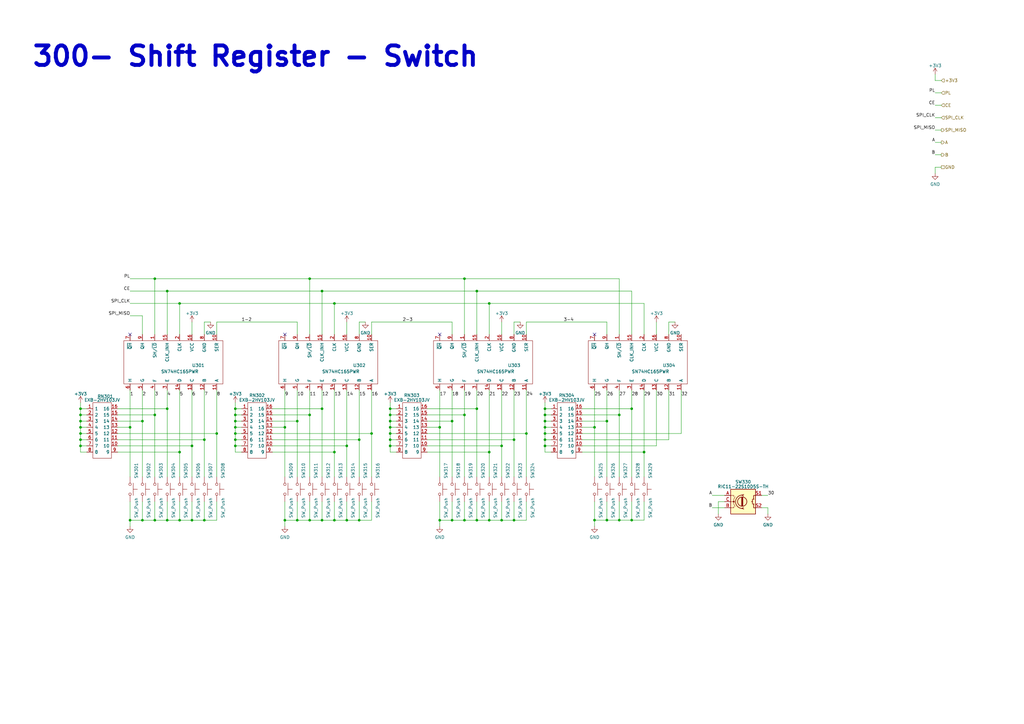
<source format=kicad_sch>
(kicad_sch (version 20230121) (generator eeschema)
  (paper "A3")
  (title_block (title "PMK_Keyboard") (date "2024-02-11") (rev "HW01") (company "PumaCorp") (comment 1 "Design by: NdG"))
  (lib_symbols
    (symbol "Component lib:EXB-2HV103JV" (pin_names (offset 0.762))
      (property "Reference" "RN" (at 1.27 7.62 0))
      (property "Value" "EXB-2HV103JV" (at 1.27 5.08 0))
      (symbol "EXB-2HV103JV_0_0"
        (pin passive line (at 0 0 0) (length 2.54) (name "1") (number "1"))
        (pin passive line (at 12.7 -15.24 180) (length 2.54) (name "10") (number "10"))
        (pin passive line (at 12.7 -12.7 180) (length 2.54) (name "11") (number "11"))
        (pin passive line (at 12.7 -10.16 180) (length 2.54) (name "12") (number "12"))
        (pin passive line (at 12.7 -7.62 180) (length 2.54) (name "13") (number "13"))
        (pin passive line (at 12.7 -5.08 180) (length 2.54) (name "14") (number "14"))
        (pin passive line (at 12.7 -2.54 180) (length 2.54) (name "15") (number "15"))
        (pin passive line (at 12.7 0 180) (length 2.54) (name "16") (number "16"))
        (pin passive line (at 0 -2.54 0) (length 2.54) (name "2") (number "2"))
        (pin passive line (at 0 -5.08 0) (length 2.54) (name "3") (number "3"))
        (pin passive line (at 0 -7.62 0) (length 2.54) (name "4") (number "4"))
        (pin passive line (at 0 -10.16 0) (length 2.54) (name "5") (number "5"))
        (pin passive line (at 0 -12.7 0) (length 2.54) (name "6") (number "6"))
        (pin passive line (at 0 -15.24 0) (length 2.54) (name "7") (number "7"))
        (pin passive line (at 0 -17.78 0) (length 2.54) (name "8") (number "8"))
        (pin passive line (at 12.7 -17.78 180) (length 2.54) (name "9") (number "9"))
      )
      (symbol "EXB-2HV103JV_0_1"
        (polyline (pts (xy 2.54 2.54) (xy 10.16 2.54) (xy 10.16 -20.32) (xy 2.54 -20.32) (xy 2.54 2.54)) (stroke (width 0.1524)))
      )
    )
    (symbol "Component_lib:RIC11-22S10D5S-TH" (pin_names (offset 0.254) hide)
      (property "Reference" "SW" (at 0 6.604 0))
      (property "Value" "RIC11-22S10D5S-TH" (at 0 -6.604 0))
      (symbol "RIC11-22S10D5S-TH_0_1"
        (rectangle (start -5.08 5.08) (end 5.08 -5.08) (stroke (width 0.254)) (fill (type background)))
        (circle (center -3.81 0) (radius 0.254) (fill (type outline)))
        (circle (center -0.381 0) (radius 1.905) (stroke (width 0.254)))
        (arc (start -0.381 2.667) (mid -3.0988 -0.0635) (end -0.381 -2.794) (stroke (width 0.254)))
        (polyline (pts (xy -0.635 -1.778) (xy -0.635 1.778)) (stroke (width 0.254)))
        (polyline (pts (xy -0.381 -1.778) (xy -0.381 1.778)) (stroke (width 0.254)))
        (polyline (pts (xy -0.127 1.778) (xy -0.127 -1.778)) (stroke (width 0.254)))
        (polyline (pts (xy 3.81 0) (xy 3.429 0)) (stroke (width 0.254)))
        (polyline (pts (xy 3.81 1.016) (xy 3.81 -1.016)) (stroke (width 0.254)))
        (polyline (pts (xy -5.08 -2.54) (xy -3.81 -2.54) (xy -3.81 -2.032)))
        (polyline (pts (xy -5.08 2.54) (xy -3.81 2.54) (xy -3.81 2.032)))
        (polyline (pts (xy 0.254 -3.048) (xy -0.508 -2.794) (xy 0.127 -2.413)) (stroke (width 0.254)))
        (polyline (pts (xy 0.254 2.921) (xy -0.508 2.667) (xy 0.127 2.286)) (stroke (width 0.254)))
        (polyline (pts (xy 5.08 -2.54) (xy 4.318 -2.54) (xy 4.318 -1.016)) (stroke (width 0.254)))
        (polyline (pts (xy 5.08 2.54) (xy 4.318 2.54) (xy 4.318 1.016)) (stroke (width 0.254)))
        (polyline (pts (xy -5.08 0) (xy -3.81 0) (xy -3.81 -1.016) (xy -3.302 -2.032)))
        (polyline (pts (xy -4.318 0) (xy -3.81 0) (xy -3.81 1.016) (xy -3.302 2.032)))
        (circle (center 4.318 -1.016) (radius 0.127) (stroke (width 0.254)))
        (circle (center 4.318 1.016) (radius 0.127) (stroke (width 0.254)))
      )
      (symbol "RIC11-22S10D5S-TH_1_1"
        (pin passive line (at -7.62 2.54 0) (length 2.54) (name "A") (number "A"))
        (pin passive line (at -7.62 -2.54 0) (length 2.54) (name "B") (number "B"))
        (pin passive line (at -7.62 0 0) (length 2.54) (name "C") (number "C"))
        (pin passive line (at 7.62 2.54 180) (length 2.54) (name "S1") (number "S1"))
        (pin passive line (at 7.62 -2.54 180) (length 2.54) (name "S2") (number "S2"))
      )
    )
    (symbol "Component_lib:SN74HC165PWR" (pin_names (offset 0.762))
      (property "Reference" "U" (at 2.54 5.08 0))
      (property "Value" "SN74HC165PWR" (at 7.62 5.08 0))
      (symbol "SN74HC165PWR_0_0"
        (pin passive line (at 22.86 -10.16 180) (length 2.54) (name "SH/~{LD}") (number "1"))
        (pin passive line (at 22.86 -35.56 180) (length 2.54) (name "SER") (number "10"))
        (pin passive line (at 0 -35.56 0) (length 2.54) (name "A") (number "11"))
        (pin passive line (at 0 -30.48 0) (length 2.54) (name "B") (number "12"))
        (pin passive line (at 0 -25.4 0) (length 2.54) (name "C") (number "13"))
        (pin passive line (at 0 -20.32 0) (length 2.54) (name "D") (number "14"))
        (pin passive line (at 22.86 -15.24 180) (length 2.54) (name "CLK_INH") (number "15"))
        (pin passive line (at 22.86 -25.4 180) (length 2.54) (name "VCC") (number "16"))
        (pin passive line (at 22.86 -20.32 180) (length 2.54) (name "CLK") (number "2"))
        (pin passive line (at 0 -15.24 0) (length 2.54) (name "E") (number "3"))
        (pin passive line (at 0 -10.16 0) (length 2.54) (name "F") (number "4"))
        (pin passive line (at 0 -5.08 0) (length 2.54) (name "G") (number "5"))
        (pin passive line (at 0 0 0) (length 2.54) (name "H") (number "6"))
        (pin passive line (at 22.86 0 180) (length 2.54) (name "~{QH}") (number "7"))
        (pin passive line (at 22.86 -30.48 180) (length 2.54) (name "GND") (number "8"))
        (pin passive line (at 22.86 -5.08 180) (length 2.54) (name "QH") (number "9"))
      )
      (symbol "SN74HC165PWR_0_1"
        (rectangle (start 2.54 2.54) (end 20.32 -38.1) (stroke (width 0.1524)))
      )
    )
    (symbol "Switch:SW_Push" (pin_numbers hide) (pin_names (offset 1.016) hide)
      (property "Reference" "SW" (at 1.27 2.54 0))
      (property "Value" "SW_Push" (at 0 -1.524 0))
      (symbol "SW_Push_0_1"
        (circle (center -2.032 0) (radius 0.508))
        (polyline (pts (xy 0 1.27) (xy 0 3.048)))
        (polyline (pts (xy 2.54 1.27) (xy -2.54 1.27)))
        (circle (center 2.032 0) (radius 0.508))
        (pin passive line (at -5.08 0 0) (length 2.54) (name "1") (number "1"))
        (pin passive line (at 5.08 0 180) (length 2.54) (name "2") (number "2"))
      )
    )
    (symbol "power:+3V3" (power) (pin_names (offset 0))
      (property "Value" "+3V3" (at 0 3.556 0))
      (symbol "+3V3_0_1"
        (polyline (pts (xy -0.762 1.27) (xy 0 2.54)))
        (polyline (pts (xy 0 0) (xy 0 2.54)))
        (polyline (pts (xy 0 2.54) (xy 0.762 1.27)))
      )
      (symbol "+3V3_1_1"
        (pin power_in line (at 0 0 90) (length 0) hide (name "+3V3") (number "1"))
      )
    )
    (symbol "power:GND" (power) (pin_names (offset 0))
      (property "Value" "GND" (at 0 -3.81 0))
      (symbol "GND_0_1"
        (polyline (pts (xy 0 0) (xy 0 -1.27) (xy 1.27 -1.27) (xy 0 -2.54) (xy -1.27 -1.27) (xy 0 -1.27)))
      )
      (symbol "GND_1_1"
        (pin power_in line (at 0 0 270) (length 0) hide (name "GND") (number "1"))
      )
    )
  )
  (junction (at 137.16 124.46))
  (junction (at 223.52 177.8))
  (junction (at 160.02 175.26))
  (junction (at 127 170.18))
  (junction (at 121.92 213.36))
  (junction (at 68.58 213.36))
  (junction (at 33.02 180.34))
  (junction (at 142.24 182.88))
  (junction (at 33.02 170.18))
  (junction (at 142.24 213.36))
  (junction (at 96.52 175.26))
  (junction (at 243.84 213.3229))
  (junction (at 132.08 213.36))
  (junction (at 190.5 114.3))
  (junction (at 137.16 213.36))
  (junction (at 190.5 213.36))
  (junction (at 223.52 180.34))
  (junction (at 33.02 167.64))
  (junction (at 33.02 182.88))
  (junction (at 83.82 180.34))
  (junction (at 63.5 170.18))
  (junction (at 185.42 213.36))
  (junction (at 147.32 180.34))
  (junction (at 127 213.36))
  (junction (at 33.02 177.8))
  (junction (at 254 213.3229))
  (junction (at 127 114.3))
  (junction (at 116.84 213.36))
  (junction (at 96.52 180.34))
  (junction (at 205.74 182.88))
  (junction (at 223.52 175.26))
  (junction (at 73.66 124.46))
  (junction (at 58.42 213.36))
  (junction (at 160.02 180.34))
  (junction (at 185.42 172.72))
  (junction (at 248.92 172.72))
  (junction (at 243.84 175.26))
  (junction (at 195.58 213.36))
  (junction (at 53.34 213.36))
  (junction (at 248.92 213.3229))
  (junction (at 205.74 213.36))
  (junction (at 96.52 177.8))
  (junction (at 33.02 175.26))
  (junction (at 160.02 170.18))
  (junction (at 210.82 213.36))
  (junction (at 195.58 167.64))
  (junction (at 259.08 167.64))
  (junction (at 63.5 114.3))
  (junction (at 137.16 185.42))
  (junction (at 73.66 185.42))
  (junction (at 190.5 170.18))
  (junction (at 33.02 172.72))
  (junction (at 215.9 177.8))
  (junction (at 254 170.18))
  (junction (at 195.58 119.38))
  (junction (at 116.84 175.26))
  (junction (at 132.08 119.38))
  (junction (at 223.52 172.72))
  (junction (at 200.66 185.42))
  (junction (at 223.52 170.18))
  (junction (at 210.82 180.34))
  (junction (at 200.66 124.46))
  (junction (at 58.42 172.72))
  (junction (at 53.34 175.26))
  (junction (at 63.5 213.36))
  (junction (at 259.08 213.3229))
  (junction (at 96.52 167.64))
  (junction (at 83.82 213.36))
  (junction (at 78.74 213.36))
  (junction (at 96.52 182.88))
  (junction (at 96.52 172.72))
  (junction (at 73.66 213.36))
  (junction (at 96.52 170.18))
  (junction (at 121.92 172.72))
  (junction (at 180.34 175.26))
  (junction (at 132.08 167.64))
  (junction (at 180.34 213.36))
  (junction (at 78.74 182.88))
  (junction (at 160.02 172.72))
  (junction (at 160.02 177.8))
  (junction (at 68.58 167.64))
  (junction (at 160.02 167.64))
  (junction (at 223.52 167.64))
  (junction (at 88.9 177.8))
  (junction (at 223.52 182.88))
  (junction (at 264.16 185.42))
  (junction (at 147.32 213.36))
  (junction (at 68.58 119.38))
  (junction (at 200.66 213.36))
  (junction (at 160.02 182.88))
  (junction (at 152.4 177.8))
  (no_connect (at 180.34 137.16))
  (no_connect (at 53.34 137.16))
  (no_connect (at 243.84 137.16))
  (no_connect (at 116.84 137.16))
  (wire (pts (xy 205.74 205.74) (xy 205.74 213.36)))
  (wire (pts (xy 195.58 205.74) (xy 195.58 213.36)))
  (wire (pts (xy 33.02 175.26) (xy 33.02 177.8)))
  (wire (pts (xy 200.66 213.36) (xy 195.58 213.36)))
  (wire (pts (xy 292.1 208.28) (xy 297.18 208.28)))
  (wire (pts (xy 185.42 160.02) (xy 185.42 172.72)))
  (wire (pts (xy 78.74 132.08) (xy 78.74 137.16)))
  (wire (pts (xy 132.08 213.36) (xy 127 213.36)))
  (wire (pts (xy 215.9 132.08) (xy 248.92 132.08)))
  (wire (pts (xy 127 205.74) (xy 127 213.36)))
  (wire (pts (xy 210.82 160.02) (xy 210.82 180.34)))
  (wire (pts (xy 215.9 137.16) (xy 215.9 132.08)))
  (wire (pts (xy 96.52 175.26) (xy 99.06 175.26)))
  (wire (pts (xy 190.5 114.3) (xy 190.5 137.16)))
  (wire (pts (xy 248.92 172.72) (xy 248.92 195.58)))
  (wire (pts (xy 200.66 205.74) (xy 200.66 213.36)))
  (wire (pts (xy 88.9 213.36) (xy 83.82 213.36)))
  (wire (pts (xy 142.24 182.88) (xy 142.24 195.58)))
  (wire (pts (xy 238.76 177.8) (xy 279.4 177.8)))
  (wire (pts (xy 185.42 213.36) (xy 185.42 205.74)))
  (wire (pts (xy 223.52 167.64) (xy 226.06 167.64)))
  (wire (pts (xy 88.9 205.74) (xy 88.9 213.36)))
  (wire (pts (xy 78.74 182.88) (xy 78.74 195.58)))
  (wire (pts (xy 142.24 213.36) (xy 137.16 213.36)))
  (wire (pts (xy 238.76 185.42) (xy 264.16 185.42)))
  (wire (pts (xy 86.36 132.08) (xy 83.82 132.08)))
  (wire (pts (xy 96.52 165.1) (xy 96.52 167.64)))
  (wire (pts (xy 195.58 160.02) (xy 195.58 167.64)))
  (wire (pts (xy 175.26 172.72) (xy 185.42 172.72)))
  (wire (pts (xy 264.16 160.02) (xy 264.16 185.42)))
  (wire (pts (xy 111.76 182.88) (xy 142.24 182.88)))
  (wire (pts (xy 383.54 43.18) (xy 386.08 43.18)))
  (wire (pts (xy 33.02 167.64) (xy 33.02 170.18)))
  (wire (pts (xy 223.52 177.8) (xy 223.52 180.34)))
  (wire (pts (xy 96.52 172.72) (xy 96.52 175.26)))
  (wire (pts (xy 96.52 172.72) (xy 99.06 172.72)))
  (wire (pts (xy 223.52 182.88) (xy 223.52 185.42)))
  (wire (pts (xy 259.08 167.64) (xy 259.08 195.58)))
  (wire (pts (xy 48.26 177.8) (xy 88.9 177.8)))
  (wire (pts (xy 96.52 182.88) (xy 99.06 182.88)))
  (wire (pts (xy 33.02 175.26) (xy 35.56 175.26)))
  (wire (pts (xy 259.08 119.38) (xy 259.08 137.16)))
  (wire (pts (xy 223.52 170.18) (xy 223.52 172.72)))
  (wire (pts (xy 223.52 172.72) (xy 223.52 175.26)))
  (wire (pts (xy 215.9 213.36) (xy 210.82 213.36)))
  (wire (pts (xy 160.02 182.88) (xy 162.56 182.88)))
  (wire (pts (xy 200.66 124.46) (xy 200.66 137.16)))
  (wire (pts (xy 190.5 170.18) (xy 190.5 195.58)))
  (wire (pts (xy 53.34 215.9) (xy 53.34 213.36)))
  (wire (pts (xy 63.5 213.36) (xy 58.42 213.36)))
  (wire (pts (xy 137.16 160.02) (xy 137.16 185.42)))
  (wire (pts (xy 33.02 172.72) (xy 35.56 172.72)))
  (wire (pts (xy 147.32 213.36) (xy 142.24 213.36)))
  (wire (pts (xy 248.92 132.08) (xy 248.92 137.16)))
  (wire (pts (xy 88.9 177.8) (xy 88.9 195.58)))
  (wire (pts (xy 58.42 213.36) (xy 58.42 205.74)))
  (wire (pts (xy 248.92 213.3229) (xy 248.92 205.74)))
  (wire (pts (xy 160.02 167.64) (xy 162.56 167.64)))
  (wire (pts (xy 185.42 172.72) (xy 185.42 195.58)))
  (wire (pts (xy 68.58 119.38) (xy 68.58 137.16)))
  (wire (pts (xy 33.02 185.42) (xy 35.56 185.42)))
  (wire (pts (xy 127 114.3) (xy 190.5 114.3)))
  (wire (pts (xy 33.02 180.34) (xy 35.56 180.34)))
  (wire (pts (xy 68.58 167.64) (xy 68.58 195.58)))
  (wire (pts (xy 149.86 132.08) (xy 147.32 132.08)))
  (wire (pts (xy 215.9 177.8) (xy 215.9 195.58)))
  (wire (pts (xy 121.92 172.72) (xy 121.92 195.58)))
  (wire (pts (xy 210.82 213.36) (xy 205.74 213.36)))
  (wire (pts (xy 33.02 167.64) (xy 35.56 167.64)))
  (wire (pts (xy 63.5 205.74) (xy 63.5 213.36)))
  (wire (pts (xy 83.82 160.02) (xy 83.82 180.34)))
  (wire (pts (xy 185.42 132.08) (xy 185.42 137.16)))
  (wire (pts (xy 175.26 185.42) (xy 200.66 185.42)))
  (wire (pts (xy 264.16 185.42) (xy 264.16 195.58)))
  (wire (pts (xy 33.02 172.72) (xy 33.02 175.26)))
  (wire (pts (xy 152.4 213.36) (xy 147.32 213.36)))
  (wire (pts (xy 223.52 180.34) (xy 223.52 182.88)))
  (wire (pts (xy 132.08 167.64) (xy 132.08 195.58)))
  (wire (pts (xy 254 160.02) (xy 254 170.18)))
  (wire (pts (xy 63.5 114.3) (xy 127 114.3)))
  (wire (pts (xy 127 213.36) (xy 121.92 213.36)))
  (wire (pts (xy 33.02 177.8) (xy 35.56 177.8)))
  (wire (pts (xy 116.84 175.26) (xy 116.84 195.58)))
  (wire (pts (xy 195.58 119.38) (xy 259.08 119.38)))
  (wire (pts (xy 73.66 160.02) (xy 73.66 185.42)))
  (wire (pts (xy 238.76 167.64) (xy 259.08 167.64)))
  (wire (pts (xy 152.4 177.8) (xy 152.4 195.58)))
  (wire (pts (xy 254 170.18) (xy 254 195.58)))
  (wire (pts (xy 152.4 205.74) (xy 152.4 213.36)))
  (wire (pts (xy 223.52 182.88) (xy 226.06 182.88)))
  (wire (pts (xy 223.52 170.18) (xy 226.06 170.18)))
  (wire (pts (xy 254 213.3229) (xy 248.92 213.3229)))
  (wire (pts (xy 53.34 114.3) (xy 63.5 114.3)))
  (wire (pts (xy 160.02 165.1) (xy 160.02 167.64)))
  (wire (pts (xy 195.58 119.38) (xy 195.58 137.16)))
  (wire (pts (xy 254 205.74) (xy 254 213.3229)))
  (wire (pts (xy 210.82 205.74) (xy 210.82 213.36)))
  (wire (pts (xy 213.36 132.08) (xy 210.82 132.08)))
  (wire (pts (xy 88.9 137.16) (xy 88.9 132.08)))
  (wire (pts (xy 238.76 170.18) (xy 254 170.18)))
  (wire (pts (xy 116.84 215.9) (xy 116.84 213.36)))
  (wire (pts (xy 215.9 205.74) (xy 215.9 213.36)))
  (wire (pts (xy 180.34 160.02) (xy 180.34 175.26)))
  (wire (pts (xy 223.52 177.8) (xy 226.06 177.8)))
  (wire (pts (xy 223.52 175.26) (xy 223.52 177.8)))
  (wire (pts (xy 147.32 180.34) (xy 147.32 195.58)))
  (wire (pts (xy 142.24 205.74) (xy 142.24 213.36)))
  (wire (pts (xy 68.58 213.36) (xy 63.5 213.36)))
  (wire (pts (xy 152.4 137.16) (xy 152.4 132.08)))
  (wire (pts (xy 243.84 160.02) (xy 243.84 175.26)))
  (wire (pts (xy 53.34 160.02) (xy 53.34 175.26)))
  (wire (pts (xy 383.54 68.58) (xy 383.54 71.12)))
  (wire (pts (xy 160.02 170.18) (xy 162.56 170.18)))
  (wire (pts (xy 160.02 180.34) (xy 162.56 180.34)))
  (wire (pts (xy 160.02 167.64) (xy 160.02 170.18)))
  (wire (pts (xy 195.58 167.64) (xy 195.58 195.58)))
  (wire (pts (xy 53.34 175.26) (xy 53.34 195.58)))
  (wire (pts (xy 152.4 160.02) (xy 152.4 177.8)))
  (wire (pts (xy 210.82 132.08) (xy 210.82 137.16)))
  (wire (pts (xy 96.52 170.18) (xy 99.06 170.18)))
  (wire (pts (xy 116.84 160.02) (xy 116.84 175.26)))
  (wire (pts (xy 142.24 160.02) (xy 142.24 182.88)))
  (wire (pts (xy 111.76 177.8) (xy 152.4 177.8)))
  (wire (pts (xy 48.26 175.26) (xy 53.34 175.26)))
  (wire (pts (xy 88.9 132.08) (xy 121.92 132.08)))
  (wire (pts (xy 48.26 172.72) (xy 58.42 172.72)))
  (wire (pts (xy 312.42 203.2) (xy 314.96 203.2)))
  (wire (pts (xy 53.34 129.54) (xy 58.42 129.54)))
  (wire (pts (xy 383.54 48.26) (xy 386.08 48.26)))
  (wire (pts (xy 48.26 185.42) (xy 73.66 185.42)))
  (wire (pts (xy 48.26 182.88) (xy 78.74 182.88)))
  (wire (pts (xy 111.76 167.64) (xy 132.08 167.64)))
  (wire (pts (xy 180.34 213.36) (xy 185.42 213.36)))
  (wire (pts (xy 205.74 213.36) (xy 200.66 213.36)))
  (wire (pts (xy 175.26 170.18) (xy 190.5 170.18)))
  (wire (pts (xy 142.24 132.08) (xy 142.24 137.16)))
  (wire (pts (xy 175.26 182.88) (xy 205.74 182.88)))
  (wire (pts (xy 53.34 119.38) (xy 68.58 119.38)))
  (wire (pts (xy 180.34 215.9) (xy 180.34 213.36)))
  (wire (pts (xy 210.82 180.34) (xy 210.82 195.58)))
  (wire (pts (xy 53.34 124.46) (xy 73.66 124.46)))
  (wire (pts (xy 223.52 175.26) (xy 226.06 175.26)))
  (wire (pts (xy 48.26 170.18) (xy 63.5 170.18)))
  (wire (pts (xy 96.52 180.34) (xy 99.06 180.34)))
  (wire (pts (xy 314.96 210.82) (xy 314.96 208.28)))
  (wire (pts (xy 223.52 167.64) (xy 223.52 170.18)))
  (wire (pts (xy 248.92 160.02) (xy 248.92 172.72)))
  (wire (pts (xy 132.08 205.74) (xy 132.08 213.36)))
  (wire (pts (xy 160.02 177.8) (xy 162.56 177.8)))
  (wire (pts (xy 116.84 213.36) (xy 121.92 213.36)))
  (wire (pts (xy 78.74 160.02) (xy 78.74 182.88)))
  (wire (pts (xy 160.02 185.42) (xy 162.56 185.42)))
  (wire (pts (xy 292.1 203.2) (xy 297.18 203.2)))
  (wire (pts (xy 127 114.3) (xy 127 137.16)))
  (wire (pts (xy 259.08 205.74) (xy 259.08 213.3229)))
  (wire (pts (xy 190.5 213.36) (xy 185.42 213.36)))
  (wire (pts (xy 33.02 170.18) (xy 35.56 170.18)))
  (wire (pts (xy 190.5 114.3) (xy 254 114.3)))
  (wire (pts (xy 274.32 132.08) (xy 276.86 132.08)))
  (wire (pts (xy 116.84 205.74) (xy 116.84 213.36)))
  (wire (pts (xy 53.34 205.74) (xy 53.34 213.36)))
  (wire (pts (xy 63.5 137.16) (xy 63.5 114.3)))
  (wire (pts (xy 111.76 185.42) (xy 137.16 185.42)))
  (wire (pts (xy 96.52 180.34) (xy 96.52 182.88)))
  (wire (pts (xy 254 114.3) (xy 254 137.16)))
  (wire (pts (xy 383.54 30.48) (xy 383.54 33.02)))
  (wire (pts (xy 83.82 132.08) (xy 83.82 137.16)))
  (wire (pts (xy 127 160.02) (xy 127 170.18)))
  (wire (pts (xy 243.84 175.26) (xy 243.84 195.58)))
  (wire (pts (xy 238.76 180.34) (xy 274.32 180.34)))
  (wire (pts (xy 205.74 160.02) (xy 205.74 182.88)))
  (wire (pts (xy 132.08 119.38) (xy 195.58 119.38)))
  (wire (pts (xy 274.32 137.16) (xy 274.32 132.08)))
  (wire (pts (xy 147.32 205.74) (xy 147.32 213.36)))
  (wire (pts (xy 96.52 167.64) (xy 99.06 167.64)))
  (wire (pts (xy 73.66 185.42) (xy 73.66 195.58)))
  (wire (pts (xy 121.92 213.36) (xy 121.92 205.74)))
  (wire (pts (xy 96.52 177.8) (xy 99.06 177.8)))
  (wire (pts (xy 121.92 132.08) (xy 121.92 137.16)))
  (wire (pts (xy 223.52 185.42) (xy 226.06 185.42)))
  (wire (pts (xy 175.26 177.8) (xy 215.9 177.8)))
  (wire (pts (xy 243.84 215.9) (xy 243.84 213.3229)))
  (wire (pts (xy 279.4 160.02) (xy 279.4 177.8)))
  (wire (pts (xy 259.08 160.02) (xy 259.08 167.64)))
  (wire (pts (xy 152.4 132.08) (xy 185.42 132.08)))
  (wire (pts (xy 314.96 208.28) (xy 312.42 208.28)))
  (wire (pts (xy 83.82 205.74) (xy 83.82 213.36)))
  (wire (pts (xy 160.02 172.72) (xy 162.56 172.72)))
  (wire (pts (xy 238.76 175.26) (xy 243.84 175.26)))
  (wire (pts (xy 264.16 213.3229) (xy 259.08 213.3229)))
  (wire (pts (xy 111.76 170.18) (xy 127 170.18)))
  (wire (pts (xy 294.64 205.74) (xy 294.64 210.82)))
  (wire (pts (xy 200.66 160.02) (xy 200.66 185.42)))
  (wire (pts (xy 383.54 63.5) (xy 386.08 63.5)))
  (wire (pts (xy 96.52 182.88) (xy 96.52 185.42)))
  (wire (pts (xy 83.82 213.36) (xy 78.74 213.36)))
  (wire (pts (xy 137.16 185.42) (xy 137.16 195.58)))
  (wire (pts (xy 180.34 205.74) (xy 180.34 213.36)))
  (wire (pts (xy 83.82 180.34) (xy 83.82 195.58)))
  (wire (pts (xy 58.42 129.54) (xy 58.42 137.16)))
  (wire (pts (xy 58.42 172.72) (xy 58.42 195.58)))
  (wire (pts (xy 78.74 205.74) (xy 78.74 213.36)))
  (wire (pts (xy 111.76 175.26) (xy 116.84 175.26)))
  (wire (pts (xy 180.34 175.26) (xy 180.34 195.58)))
  (wire (pts (xy 73.66 137.16) (xy 73.66 124.46)))
  (wire (pts (xy 73.66 213.36) (xy 68.58 213.36)))
  (wire (pts (xy 53.34 213.36) (xy 58.42 213.36)))
  (wire (pts (xy 223.52 180.34) (xy 226.06 180.34)))
  (wire (pts (xy 63.5 170.18) (xy 63.5 195.58)))
  (wire (pts (xy 175.26 167.64) (xy 195.58 167.64)))
  (wire (pts (xy 269.24 160.02) (xy 269.24 182.88)))
  (wire (pts (xy 200.66 185.42) (xy 200.66 195.58)))
  (wire (pts (xy 111.76 172.72) (xy 121.92 172.72)))
  (wire (pts (xy 132.08 119.38) (xy 132.08 137.16)))
  (wire (pts (xy 111.76 180.34) (xy 147.32 180.34)))
  (wire (pts (xy 160.02 175.26) (xy 162.56 175.26)))
  (wire (pts (xy 48.26 167.64) (xy 68.58 167.64)))
  (wire (pts (xy 160.02 180.34) (xy 160.02 182.88)))
  (wire (pts (xy 137.16 213.36) (xy 132.08 213.36)))
  (wire (pts (xy 58.42 160.02) (xy 58.42 172.72)))
  (wire (pts (xy 160.02 170.18) (xy 160.02 172.72)))
  (wire (pts (xy 175.26 180.34) (xy 210.82 180.34)))
  (wire (pts (xy 297.18 205.74) (xy 294.64 205.74)))
  (wire (pts (xy 96.52 170.18) (xy 96.52 172.72)))
  (wire (pts (xy 132.08 160.02) (xy 132.08 167.64)))
  (wire (pts (xy 96.52 167.64) (xy 96.52 170.18)))
  (wire (pts (xy 147.32 160.02) (xy 147.32 180.34)))
  (wire (pts (xy 264.16 205.74) (xy 264.16 213.3229)))
  (wire (pts (xy 73.66 124.46) (xy 137.16 124.46)))
  (wire (pts (xy 33.02 177.8) (xy 33.02 180.34)))
  (wire (pts (xy 238.76 172.72) (xy 248.92 172.72)))
  (wire (pts (xy 274.32 160.02) (xy 274.32 180.34)))
  (wire (pts (xy 33.02 170.18) (xy 33.02 172.72)))
  (wire (pts (xy 33.02 180.34) (xy 33.02 182.88)))
  (wire (pts (xy 160.02 172.72) (xy 160.02 175.26)))
  (wire (pts (xy 96.52 185.42) (xy 99.06 185.42)))
  (wire (pts (xy 205.74 182.88) (xy 205.74 195.58)))
  (wire (pts (xy 68.58 160.02) (xy 68.58 167.64)))
  (wire (pts (xy 68.58 119.38) (xy 132.08 119.38)))
  (wire (pts (xy 137.16 124.46) (xy 200.66 124.46)))
  (wire (pts (xy 223.52 172.72) (xy 226.06 172.72)))
  (wire (pts (xy 160.02 182.88) (xy 160.02 185.42)))
  (wire (pts (xy 96.52 175.26) (xy 96.52 177.8)))
  (wire (pts (xy 190.5 205.74) (xy 190.5 213.36)))
  (wire (pts (xy 121.92 160.02) (xy 121.92 172.72)))
  (wire (pts (xy 63.5 160.02) (xy 63.5 170.18)))
  (wire (pts (xy 205.74 132.08) (xy 205.74 137.16)))
  (wire (pts (xy 48.26 180.34) (xy 83.82 180.34)))
  (wire (pts (xy 137.16 205.74) (xy 137.16 213.36)))
  (wire (pts (xy 175.26 175.26) (xy 180.34 175.26)))
  (wire (pts (xy 160.02 175.26) (xy 160.02 177.8)))
  (wire (pts (xy 127 170.18) (xy 127 195.58)))
  (wire (pts (xy 383.54 58.42) (xy 386.08 58.42)))
  (wire (pts (xy 269.24 132.08) (xy 269.24 137.16)))
  (wire (pts (xy 243.84 213.3229) (xy 248.92 213.3229)))
  (wire (pts (xy 200.66 124.46) (xy 264.16 124.46)))
  (wire (pts (xy 137.16 124.46) (xy 137.16 137.16)))
  (wire (pts (xy 78.74 213.36) (xy 73.66 213.36)))
  (wire (pts (xy 259.08 213.3229) (xy 254 213.3229)))
  (wire (pts (xy 88.9 160.02) (xy 88.9 177.8)))
  (wire (pts (xy 264.16 124.46) (xy 264.16 137.16)))
  (wire (pts (xy 383.54 33.02) (xy 386.08 33.02)))
  (wire (pts (xy 243.84 205.74) (xy 243.84 213.3229)))
  (wire (pts (xy 195.58 213.36) (xy 190.5 213.36)))
  (wire (pts (xy 223.52 165.1) (xy 223.52 167.64)))
  (wire (pts (xy 160.02 177.8) (xy 160.02 180.34)))
  (wire (pts (xy 383.54 53.34) (xy 386.08 53.34)))
  (wire (pts (xy 33.02 165.1) (xy 33.02 167.64)))
  (wire (pts (xy 190.5 160.02) (xy 190.5 170.18)))
  (wire (pts (xy 386.08 68.58) (xy 383.54 68.58)))
  (wire (pts (xy 215.9 160.02) (xy 215.9 177.8)))
  (wire (pts (xy 147.32 132.08) (xy 147.32 137.16)))
  (wire (pts (xy 238.76 182.88) (xy 269.24 182.88)))
  (wire (pts (xy 96.52 177.8) (xy 96.52 180.34)))
  (wire (pts (xy 73.66 205.74) (xy 73.66 213.36)))
  (wire (pts (xy 33.02 182.88) (xy 33.02 185.42)))
  (wire (pts (xy 383.54 38.1) (xy 386.08 38.1)))
  (wire (pts (xy 33.02 182.88) (xy 35.56 182.88)))
  (wire (pts (xy 68.58 205.74) (xy 68.58 213.36)))
  (text "300- Shift Register - Switch" (at 12.7 27.94 0) (effects (font (size 8 8) (thickness 1.6) bold) (justify left bottom)))
  (label "17" (at 180.34 162.56 0))
  (label "3-4" (at 231.14 132.08 0))
  (label "9" (at 116.84 162.56 0))
  (label "6" (at 78.74 162.56 0))
  (label "29" (at 264.16 162.56 0))
  (label "25" (at 243.84 162.56 0))
  (label "8" (at 88.9 162.56 0))
  (label "SPI_CLK" (at 383.54 48.26 180))
  (label "5" (at 73.66 162.56 0))
  (label "28" (at 259.08 162.56 0))
  (label "21" (at 200.66 162.56 0))
  (label "15" (at 147.32 162.56 0))
  (label "18" (at 185.42 162.56 0))
  (label "16" (at 152.4 162.56 0))
  (label "13" (at 137.16 162.56 0))
  (label "3" (at 63.5 162.56 0))
  (label "PL" (at 383.54 38.1 180))
  (label "A" (at 292.1 203.2 180))
  (label "14" (at 142.24 162.56 0))
  (label "20" (at 195.58 162.56 0))
  (label "7" (at 83.82 162.56 0))
  (label "B" (at 292.1 208.28 180))
  (label "SPI_CLK" (at 53.34 124.46 180))
  (label "19" (at 190.5 162.56 0))
  (label "31" (at 274.32 162.56 0))
  (label "A" (at 383.54 58.42 180))
  (label "PL" (at 53.34 114.3 180))
  (label "30" (at 314.96 203.2 0))
  (label "22" (at 205.74 162.56 0))
  (label "10" (at 121.92 162.56 0))
  (label "26" (at 248.92 162.56 0))
  (label "4" (at 68.58 162.56 0))
  (label "23" (at 210.82 162.56 0))
  (label "24" (at 215.9 162.56 0))
  (label "11" (at 127 162.56 0))
  (label "CE" (at 383.54 43.18 180))
  (label "CE" (at 53.34 119.38 180))
  (label "2" (at 58.42 162.56 0))
  (label "30" (at 269.24 162.56 0))
  (label "12" (at 132.08 162.56 0))
  (label "B" (at 383.54 63.5 180))
  (label "27" (at 254 162.56 0))
  (label "SPI_MISO" (at 53.34 129.54 180))
  (label "1" (at 53.34 162.56 0))
  (label "32" (at 279.4 162.56 0))
  (label "2-3" (at 165.1 132.08 0))
  (label "1-2" (at 99.06 132.08 0))
  (label "SPI_MISO" (at 383.54 53.34 180))
  (hierarchical_label "B" (shape output) (at 386.08 63.5 0))
  (hierarchical_label "SPI_MISO" (shape output) (at 386.08 53.34 0))
  (hierarchical_label "PL" (shape input) (at 386.08 38.1 0))
  (hierarchical_label "GND" (shape passive) (at 386.08 68.58 0))
  (hierarchical_label "CE" (shape input) (at 386.08 43.18 0))
  (hierarchical_label "SPI_CLK" (shape input) (at 386.08 48.26 0))
  (hierarchical_label "A" (shape output) (at 386.08 58.42 0))
  (hierarchical_label "+3V3" (shape input) (at 386.08 33.02 0))
  (symbol (lib_id "Component lib:EXB-2HV103JV") (at 226.06 167.64 0) (unit 1)
    (property "Reference" "RN304" (at 232.41 162.1409 0))
    (property "Value" "EXB-2HV103JV" (at 232.41 164.0619 0))
    (property "Footprint" "Component_lib:EXB2HV_1" (effects hide))
    (property "Datasheet" "https://industrial.panasonic.com/cdbs/www-data/pdf/AOC0000/AOC0000C14.pdf" (effects hide))
    (property "Description" "Resistor Networks & Arrays 10K OHM 5%" (effects hide))
    (property "Mouser Part Number" "667-EXB-2HV103JV" (effects hide))
    (property "Mouser Price/Stock" "https://www.mouser.co.uk/ProductDetail/Panasonic/EXB-2HV103JV?qs=oE3VwAv%2FYtnxG1PkyhflFQ%3D%3D" (effects hide))
    (property "Manufacturer_Name" "Panasonic" (effects hide))
    (property "Manufacturer_Part_Number" "EXB-2HV103JV" (effects hide))
  )
  (symbol (lib_id "power:GND") (at 294.64 210.82 0) (unit 1)
    (property "Reference" "#PWR0319" (effects hide))
    (property "Value" "GND" (at 294.64 215.2634 0))
  )
  (symbol (lib_id "Switch:SW_Push") (at 63.5 200.66 270) (unit 1)
    (property "Reference" "SW303" (at 66.04 193.04 0))
    (property "Value" "SW_Push" (at 66.04 208.28 0))
    (property "Footprint" "Component_lib:Kailh_socket_PG1350_reversible" (effects hide))
  )
  (symbol (lib_id "power:+3V3") (at 142.24 132.08 0) (unit 1)
    (property "Reference" "#PWR0305" (effects hide))
    (property "Value" "+3V3" (at 142.24 128.5042 0))
  )
  (symbol (lib_id "power:GND") (at 383.54 71.12 0) (unit 1)
    (property "Reference" "#PWR0302" (effects hide))
    (property "Value" "GND" (at 383.54 75.5634 0))
  )
  (symbol (lib_id "power:GND") (at 180.34 215.9 0) (unit 1)
    (property "Reference" "#PWR0317" (effects hide))
    (property "Value" "GND" (at 180.34 220.3434 0))
  )
  (symbol (lib_id "Switch:SW_Push") (at 58.42 200.66 270) (unit 1)
    (property "Reference" "SW302" (at 60.96 193.04 0))
    (property "Value" "SW_Push" (at 60.96 208.28 0))
    (property "Footprint" "Component_lib:Kailh_socket_PG1350_reversible" (effects hide))
  )
  (symbol (lib_id "Switch:SW_Push") (at 78.74 200.66 270) (unit 1)
    (property "Reference" "SW306" (at 81.28 193.04 0))
    (property "Value" "SW_Push" (at 81.28 208.28 0))
    (property "Footprint" "Component_lib:Kailh_socket_PG1350_reversible" (effects hide))
  )
  (symbol (lib_id "power:+3V3") (at 205.74 132.08 0) (unit 1)
    (property "Reference" "#PWR0307" (effects hide))
    (property "Value" "+3V3" (at 205.74 128.5042 0))
  )
  (symbol (lib_id "Switch:SW_Push") (at 88.9 200.66 270) (unit 1)
    (property "Reference" "SW308" (at 91.44 193.04 0))
    (property "Value" "SW_Push" (at 91.44 208.28 0))
    (property "Footprint" "Component_lib:Kailh_socket_PG1350_reversible" (effects hide))
  )
  (symbol (lib_id "Switch:SW_Push") (at 53.34 200.66 270) (unit 1)
    (property "Reference" "SW301" (at 55.88 193.04 0))
    (property "Value" "SW_Push" (at 55.88 208.28 0))
    (property "Footprint" "Component_lib:Kailh_socket_PG1350_reversible" (effects hide))
  )
  (symbol (lib_id "power:GND") (at 276.86 132.08 0) (unit 1)
    (property "Reference" "#PWR0310" (effects hide))
    (property "Value" "GND" (at 276.86 136.5234 0))
  )
  (symbol (lib_id "power:+3V3") (at 160.02 165.1 0) (unit 1)
    (property "Reference" "#PWR0313" (effects hide))
    (property "Value" "+3V3" (at 160.02 161.5242 0))
  )
  (symbol (lib_id "Switch:SW_Push") (at 205.74 200.66 270) (unit 1)
    (property "Reference" "SW322" (at 208.28 193.04 0))
    (property "Value" "SW_Push" (at 208.28 208.28 0))
    (property "Footprint" "Component_lib:Kailh_socket_PG1350_reversible" (effects hide))
  )
  (symbol (lib_id "Switch:SW_Push") (at 116.84 200.66 270) (unit 1)
    (property "Reference" "SW309" (at 119.38 193.04 0))
    (property "Value" "SW_Push" (at 119.38 208.28 0))
    (property "Footprint" "Component_lib:Kailh_socket_PG1350_reversible" (effects hide))
  )
  (symbol (lib_id "power:GND") (at 213.36 132.08 0) (unit 1)
    (property "Reference" "#PWR0308" (effects hide))
    (property "Value" "GND" (at 213.36 136.5234 0))
  )
  (symbol (lib_id "Switch:SW_Push") (at 132.08 200.66 270) (unit 1)
    (property "Reference" "SW312" (at 134.62 193.04 0))
    (property "Value" "SW_Push" (at 134.62 208.28 0))
    (property "Footprint" "Component_lib:Kailh_socket_PG1350_reversible" (effects hide))
  )
  (symbol (lib_id "power:+3V3") (at 383.54 30.48 0) (unit 1)
    (property "Reference" "#PWR0301" (effects hide))
    (property "Value" "+3V3" (at 383.54 26.9042 0))
  )
  (symbol (lib_id "Switch:SW_Push") (at 200.66 200.66 270) (unit 1)
    (property "Reference" "SW321" (at 203.2 193.04 0))
    (property "Value" "SW_Push" (at 203.2 208.28 0))
    (property "Footprint" "Component_lib:Kailh_socket_PG1350_reversible" (effects hide))
  )
  (symbol (lib_id "Switch:SW_Push") (at 215.9 200.66 270) (unit 1)
    (property "Reference" "SW324" (at 218.44 193.04 0))
    (property "Value" "SW_Push" (at 218.44 208.28 0))
    (property "Footprint" "Component_lib:Kailh_socket_PG1350_reversible" (effects hide))
  )
  (symbol (lib_id "power:+3V3") (at 223.52 165.1 0) (unit 1)
    (property "Reference" "#PWR0314" (effects hide))
    (property "Value" "+3V3" (at 223.52 161.5242 0))
  )
  (symbol (lib_id "Component_lib:RIC11-22S10D5S-TH") (at 304.8 205.74 0) (unit 1)
    (property "Reference" "SW330" (at 304.8 197.6501 0))
    (property "Value" "RIC11-22S10D5S-TH" (at 304.8 199.5711 0))
    (property "Footprint" "Component_lib:RIC11-22S10D5S-TH" (effects hide))
    (property "Datasheet" "https://www.mouser.ch/ProductDetail/CUI-Devices/RIC11-22S10D5S-TH?qs=HoCaDK9Nz5fxypdms%252BmQUg%3D%3D" (effects hide))
  )
  (symbol (lib_id "power:+3V3") (at 33.02 165.1 0) (unit 1)
    (property "Reference" "#PWR0311" (effects hide))
    (property "Value" "+3V3" (at 33.02 161.5242 0))
  )
  (symbol (lib_id "Switch:SW_Push") (at 259.08 200.66 270) (unit 1)
    (property "Reference" "SW328" (at 261.62 193.04 0))
    (property "Value" "SW_Push" (at 261.62 208.28 0))
    (property "Footprint" "Component_lib:Kailh_socket_PG1350_reversible" (effects hide))
  )
  (symbol (lib_id "power:GND") (at 314.96 210.82 0) (unit 1)
    (property "Reference" "#PWR0320" (effects hide))
    (property "Value" "GND" (at 314.96 215.2634 0))
  )
  (symbol (lib_id "Switch:SW_Push") (at 83.82 200.66 270) (unit 1)
    (property "Reference" "SW307" (at 86.36 193.04 0))
    (property "Value" "SW_Push" (at 86.36 208.28 0))
    (property "Footprint" "Component_lib:Kailh_socket_PG1350_reversible" (effects hide))
  )
  (symbol (lib_id "power:+3V3") (at 96.52 165.1 0) (unit 1)
    (property "Reference" "#PWR0312" (effects hide))
    (property "Value" "+3V3" (at 96.52 161.5242 0))
  )
  (symbol (lib_id "Switch:SW_Push") (at 180.34 200.66 270) (unit 1)
    (property "Reference" "SW317" (at 182.88 193.04 0))
    (property "Value" "SW_Push" (at 182.88 208.28 0))
    (property "Footprint" "Component_lib:Kailh_socket_PG1350_reversible" (effects hide))
  )
  (symbol (lib_id "Component_lib:SN74HC165PWR") (at 53.34 160.02 90) (unit 1)
    (property "Reference" "U301" (at 78.74 149.86 90) (effects (justify right)))
    (property "Value" "SN74HC165PWR" (at 66.04 152.4 90) (effects (justify right)))
    (property "Footprint" "Component_lib:SOP65P640X120-16N" (effects hide))
    (property "Datasheet" "http://www.ti.com/lit/gpn/sn74hc165" (effects hide))
    (property "Description" "8-BIT PARALLEL-LOAD SHIFT REGISTERS" (effects hide))
    (property "Height" "1.2" (effects hide))
    (property "Mouser Part Number" "595-SN74HC165PWR" (effects hide))
    (property "Mouser Price/Stock" "https://www.mouser.co.uk/ProductDetail/Texas-Instruments/SN74HC165PWR?qs=6aLkNDRfRUZJuqbBwGFbQw%3D%3D" (effects hide))
    (property "Manufacturer_Name" "Texas Instruments" (effects hide))
    (property "Manufacturer_Part_Number" "SN74HC165PWR" (effects hide))
  )
  (symbol (lib_id "Switch:SW_Push") (at 190.5 200.66 270) (unit 1)
    (property "Reference" "SW319" (at 193.04 193.04 0))
    (property "Value" "SW_Push" (at 193.04 208.28 0))
    (property "Footprint" "Component_lib:Kailh_socket_PG1350_reversible" (effects hide))
  )
  (symbol (lib_id "Switch:SW_Push") (at 152.4 200.66 270) (unit 1)
    (property "Reference" "SW316" (at 154.94 193.04 0))
    (property "Value" "SW_Push" (at 154.94 208.28 0))
    (property "Footprint" "Component_lib:Kailh_socket_PG1350_reversible" (effects hide))
  )
  (symbol (lib_id "Switch:SW_Push") (at 248.92 200.66 270) (unit 1)
    (property "Reference" "SW326" (at 251.46 193.04 0))
    (property "Value" "SW_Push" (at 251.46 208.28 0))
    (property "Footprint" "Component_lib:Kailh_socket_PG1350_reversible" (effects hide))
  )
  (symbol (lib_id "power:+3V3") (at 269.24 132.08 0) (unit 1)
    (property "Reference" "#PWR0309" (effects hide))
    (property "Value" "+3V3" (at 269.24 128.5042 0))
  )
  (symbol (lib_id "Switch:SW_Push") (at 264.16 200.66 270) (unit 1)
    (property "Reference" "SW329" (at 266.7 193.04 0))
    (property "Value" "SW_Push" (at 266.7 208.28 0))
    (property "Footprint" "Component_lib:Kailh_socket_PG1350_reversible" (effects hide))
  )
  (symbol (lib_id "Switch:SW_Push") (at 195.58 200.66 270) (unit 1)
    (property "Reference" "SW320" (at 198.12 193.04 0))
    (property "Value" "SW_Push" (at 198.12 208.28 0))
    (property "Footprint" "Component_lib:Kailh_socket_PG1350_reversible" (effects hide))
  )
  (symbol (lib_id "Switch:SW_Push") (at 254 200.66 270) (unit 1)
    (property "Reference" "SW327" (at 256.54 193.04 0))
    (property "Value" "SW_Push" (at 256.54 208.28 0))
    (property "Footprint" "Component_lib:Kailh_socket_PG1350_reversible" (effects hide))
  )
  (symbol (lib_id "Component_lib:SN74HC165PWR") (at 243.84 160.02 90) (unit 1)
    (property "Reference" "U304" (at 271.78 149.86 90) (effects (justify right)))
    (property "Value" "SN74HC165PWR" (at 259.08 152.4 90) (effects (justify right)))
    (property "Footprint" "Component_lib:SOP65P640X120-16N" (effects hide))
    (property "Datasheet" "http://www.ti.com/lit/gpn/sn74hc165" (effects hide))
    (property "Description" "8-BIT PARALLEL-LOAD SHIFT REGISTERS" (effects hide))
    (property "Height" "1.2" (effects hide))
    (property "Mouser Part Number" "595-SN74HC165PWR" (effects hide))
    (property "Mouser Price/Stock" "https://www.mouser.co.uk/ProductDetail/Texas-Instruments/SN74HC165PWR?qs=6aLkNDRfRUZJuqbBwGFbQw%3D%3D" (effects hide))
    (property "Manufacturer_Name" "Texas Instruments" (effects hide))
    (property "Manufacturer_Part_Number" "SN74HC165PWR" (effects hide))
  )
  (symbol (lib_id "Switch:SW_Push") (at 121.92 200.66 270) (unit 1)
    (property "Reference" "SW310" (at 124.46 193.04 0))
    (property "Value" "SW_Push" (at 124.46 208.28 0))
    (property "Footprint" "Component_lib:Kailh_socket_PG1350_reversible" (effects hide))
  )
  (symbol (lib_id "power:GND") (at 149.86 132.08 0) (unit 1)
    (property "Reference" "#PWR0306" (effects hide))
    (property "Value" "GND" (at 149.86 136.5234 0))
  )
  (symbol (lib_id "Switch:SW_Push") (at 73.66 200.66 270) (unit 1)
    (property "Reference" "SW305" (at 76.2 193.04 0))
    (property "Value" "SW_Push" (at 76.2 208.28 0))
    (property "Footprint" "Component_lib:Kailh_socket_PG1350_reversible" (effects hide))
  )
  (symbol (lib_id "Component_lib:SN74HC165PWR") (at 116.84 160.02 90) (unit 1)
    (property "Reference" "U302" (at 144.78 149.86 90) (effects (justify right)))
    (property "Value" "SN74HC165PWR" (at 132.08 152.4 90) (effects (justify right)))
    (property "Footprint" "Component_lib:SOP65P640X120-16N" (effects hide))
    (property "Datasheet" "http://www.ti.com/lit/gpn/sn74hc165" (effects hide))
    (property "Description" "8-BIT PARALLEL-LOAD SHIFT REGISTERS" (effects hide))
    (property "Height" "1.2" (effects hide))
    (property "Mouser Part Number" "595-SN74HC165PWR" (effects hide))
    (property "Mouser Price/Stock" "https://www.mouser.co.uk/ProductDetail/Texas-Instruments/SN74HC165PWR?qs=6aLkNDRfRUZJuqbBwGFbQw%3D%3D" (effects hide))
    (property "Manufacturer_Name" "Texas Instruments" (effects hide))
    (property "Manufacturer_Part_Number" "SN74HC165PWR" (effects hide))
  )
  (symbol (lib_id "power:+3V3") (at 78.74 132.08 0) (unit 1)
    (property "Reference" "#PWR0303" (effects hide))
    (property "Value" "+3V3" (at 78.74 128.5042 0))
  )
  (symbol (lib_id "Component lib:EXB-2HV103JV") (at 162.56 167.64 0) (unit 1)
    (property "Reference" "RN303" (at 168.91 162.1409 0))
    (property "Value" "EXB-2HV103JV" (at 168.91 164.0619 0))
    (property "Footprint" "Component_lib:EXB2HV_1" (effects hide))
    (property "Datasheet" "https://industrial.panasonic.com/cdbs/www-data/pdf/AOC0000/AOC0000C14.pdf" (effects hide))
    (property "Description" "Resistor Networks & Arrays 10K OHM 5%" (effects hide))
    (property "Mouser Part Number" "667-EXB-2HV103JV" (effects hide))
    (property "Mouser Price/Stock" "https://www.mouser.co.uk/ProductDetail/Panasonic/EXB-2HV103JV?qs=oE3VwAv%2FYtnxG1PkyhflFQ%3D%3D" (effects hide))
    (property "Manufacturer_Name" "Panasonic" (effects hide))
    (property "Manufacturer_Part_Number" "EXB-2HV103JV" (effects hide))
  )
  (symbol (lib_id "Switch:SW_Push") (at 147.32 200.66 270) (unit 1)
    (property "Reference" "SW315" (at 149.86 193.04 0))
    (property "Value" "SW_Push" (at 149.86 208.28 0))
    (property "Footprint" "Component_lib:Kailh_socket_PG1350_reversible" (effects hide))
  )
  (symbol (lib_id "Switch:SW_Push") (at 185.42 200.66 270) (unit 1)
    (property "Reference" "SW318" (at 187.96 193.04 0))
    (property "Value" "SW_Push" (at 187.96 208.28 0))
    (property "Footprint" "Component_lib:Kailh_socket_PG1350_reversible" (effects hide))
  )
  (symbol (lib_id "Switch:SW_Push") (at 210.82 200.66 270) (unit 1)
    (property "Reference" "SW323" (at 213.36 193.04 0))
    (property "Value" "SW_Push" (at 213.36 208.28 0))
    (property "Footprint" "Component_lib:Kailh_socket_PG1350_reversible" (effects hide))
  )
  (symbol (lib_id "power:GND") (at 243.84 215.9 0) (unit 1)
    (property "Reference" "#PWR0318" (effects hide))
    (property "Value" "GND" (at 243.84 220.3434 0))
  )
  (symbol (lib_id "power:GND") (at 116.84 215.9 0) (unit 1)
    (property "Reference" "#PWR0316" (effects hide))
    (property "Value" "GND" (at 116.84 220.3434 0))
  )
  (symbol (lib_id "power:GND") (at 86.36 132.08 0) (unit 1)
    (property "Reference" "#PWR0304" (effects hide))
    (property "Value" "GND" (at 86.36 136.5234 0))
  )
  (symbol (lib_id "Switch:SW_Push") (at 127 200.66 270) (unit 1)
    (property "Reference" "SW311" (at 129.54 193.04 0))
    (property "Value" "SW_Push" (at 129.54 208.28 0))
    (property "Footprint" "Component_lib:Kailh_socket_PG1350_reversible" (effects hide))
  )
  (symbol (lib_id "Switch:SW_Push") (at 137.16 200.66 270) (unit 1)
    (property "Reference" "SW313" (at 139.7 193.04 0))
    (property "Value" "SW_Push" (at 139.7 208.28 0))
    (property "Footprint" "Component_lib:Kailh_socket_PG1350_reversible" (effects hide))
  )
  (symbol (lib_id "Switch:SW_Push") (at 142.24 200.66 270) (unit 1)
    (property "Reference" "SW314" (at 144.78 193.04 0))
    (property "Value" "SW_Push" (at 144.78 208.28 0))
    (property "Footprint" "Component_lib:Kailh_socket_PG1350_reversible" (effects hide))
  )
  (symbol (lib_id "Switch:SW_Push") (at 243.84 200.66 270) (unit 1)
    (property "Reference" "SW325" (at 246.38 193.04 0))
    (property "Value" "SW_Push" (at 246.38 208.28 0))
    (property "Footprint" "Component_lib:Kailh_socket_PG1350_reversible" (effects hide))
  )
  (symbol (lib_id "Component lib:EXB-2HV103JV") (at 35.56 167.64 0) (unit 1)
    (property "Reference" "RN301" (at 43.18 162.56 0))
    (property "Value" "EXB-2HV103JV" (at 41.91 164.0619 0))
    (property "Footprint" "Component_lib:EXB2HV_1" (effects hide))
    (property "Datasheet" "https://industrial.panasonic.com/cdbs/www-data/pdf/AOC0000/AOC0000C14.pdf" (effects hide))
    (property "Description" "Resistor Networks & Arrays 10K OHM 5%" (effects hide))
    (property "Mouser Part Number" "667-EXB-2HV103JV" (effects hide))
    (property "Mouser Price/Stock" "https://www.mouser.co.uk/ProductDetail/Panasonic/EXB-2HV103JV?qs=oE3VwAv%2FYtnxG1PkyhflFQ%3D%3D" (effects hide))
    (property "Manufacturer_Name" "Panasonic" (effects hide))
    (property "Manufacturer_Part_Number" "EXB-2HV103JV" (effects hide))
  )
  (symbol (lib_id "power:GND") (at 53.34 215.9 0) (unit 1)
    (property "Reference" "#PWR0315" (effects hide))
    (property "Value" "GND" (at 53.34 220.3434 0))
  )
  (symbol (lib_id "Switch:SW_Push") (at 68.58 200.66 270) (unit 1)
    (property "Reference" "SW304" (at 71.12 193.04 0))
    (property "Value" "SW_Push" (at 71.12 208.28 0))
    (property "Footprint" "Component_lib:Kailh_socket_PG1350_reversible" (effects hide))
  )
  (symbol (lib_id "Component lib:EXB-2HV103JV") (at 99.06 167.64 0) (unit 1)
    (property "Reference" "RN302" (at 105.41 162.1409 0))
    (property "Value" "EXB-2HV103JV" (at 105.41 164.0619 0))
    (property "Footprint" "Component_lib:EXB2HV_1" (effects hide))
    (property "Datasheet" "https://industrial.panasonic.com/cdbs/www-data/pdf/AOC0000/AOC0000C14.pdf" (effects hide))
    (property "Description" "Resistor Networks & Arrays 10K OHM 5%" (effects hide))
    (property "Mouser Part Number" "667-EXB-2HV103JV" (effects hide))
    (property "Mouser Price/Stock" "https://www.mouser.co.uk/ProductDetail/Panasonic/EXB-2HV103JV?qs=oE3VwAv%2FYtnxG1PkyhflFQ%3D%3D" (effects hide))
    (property "Manufacturer_Name" "Panasonic" (effects hide))
    (property "Manufacturer_Part_Number" "EXB-2HV103JV" (effects hide))
  )
  (symbol (lib_id "Component_lib:SN74HC165PWR") (at 180.34 160.02 90) (unit 1)
    (property "Reference" "U303" (at 208.28 149.86 90) (effects (justify right)))
    (property "Value" "SN74HC165PWR" (at 195.58 152.4 90) (effects (justify right)))
    (property "Footprint" "Component_lib:SOP65P640X120-16N" (effects hide))
    (property "Datasheet" "http://www.ti.com/lit/gpn/sn74hc165" (effects hide))
    (property "Description" "8-BIT PARALLEL-LOAD SHIFT REGISTERS" (effects hide))
    (property "Height" "1.2" (effects hide))
    (property "Mouser Part Number" "595-SN74HC165PWR" (effects hide))
    (property "Mouser Price/Stock" "https://www.mouser.co.uk/ProductDetail/Texas-Instruments/SN74HC165PWR?qs=6aLkNDRfRUZJuqbBwGFbQw%3D%3D" (effects hide))
    (property "Manufacturer_Name" "Texas Instruments" (effects hide))
    (property "Manufacturer_Part_Number" "SN74HC165PWR" (effects hide))
  )
)
</source>
